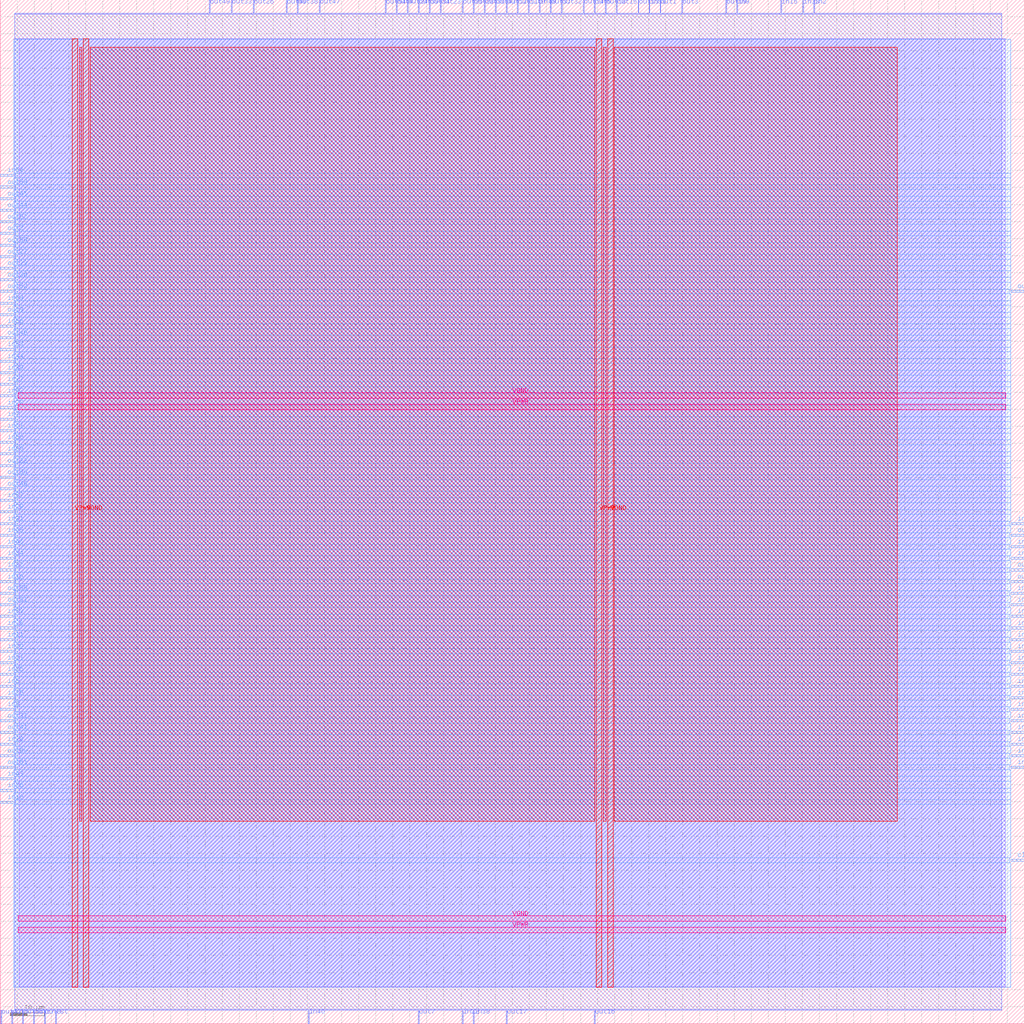
<source format=lef>
VERSION 5.7 ;
  NOWIREEXTENSIONATPIN ON ;
  DIVIDERCHAR "/" ;
  BUSBITCHARS "[]" ;
MACRO netlist_1
  CLASS BLOCK ;
  FOREIGN netlist_1 ;
  ORIGIN 0.000 0.000 ;
  SIZE 300.000 BY 300.000 ;
  PIN VGND
    DIRECTION INOUT ;
    USE GROUND ;
    PORT
      LAYER met4 ;
        RECT 24.340 10.640 25.940 288.560 ;
    END
    PORT
      LAYER met4 ;
        RECT 177.940 10.640 179.540 288.560 ;
    END
    PORT
      LAYER met5 ;
        RECT 5.280 30.030 294.640 31.630 ;
    END
    PORT
      LAYER met5 ;
        RECT 5.280 183.210 294.640 184.810 ;
    END
  END VGND
  PIN VPWR
    DIRECTION INOUT ;
    USE POWER ;
    PORT
      LAYER met4 ;
        RECT 21.040 10.640 22.640 288.560 ;
    END
    PORT
      LAYER met4 ;
        RECT 174.640 10.640 176.240 288.560 ;
    END
    PORT
      LAYER met5 ;
        RECT 5.280 26.730 294.640 28.330 ;
    END
    PORT
      LAYER met5 ;
        RECT 5.280 179.910 294.640 181.510 ;
    END
  END VPWR
  PIN clk
    DIRECTION INPUT ;
    USE SIGNAL ;
    ANTENNAGATEAREA 0.852000 ;
    ANTENNADIFFAREA 0.434700 ;
    PORT
      LAYER met3 ;
        RECT 296.000 47.640 300.000 48.240 ;
    END
  END clk
  PIN in0
    DIRECTION INPUT ;
    USE SIGNAL ;
    ANTENNAGATEAREA 0.247500 ;
    ANTENNADIFFAREA 0.434700 ;
    PORT
      LAYER met3 ;
        RECT 296.000 102.040 300.000 102.640 ;
    END
  END in0
  PIN in1
    DIRECTION INPUT ;
    USE SIGNAL ;
    ANTENNAGATEAREA 0.213000 ;
    ANTENNADIFFAREA 0.434700 ;
    PORT
      LAYER met3 ;
        RECT 296.000 146.240 300.000 146.840 ;
    END
  END in1
  PIN in10
    DIRECTION INPUT ;
    USE SIGNAL ;
    ANTENNAGATEAREA 0.426000 ;
    ANTENNADIFFAREA 0.434700 ;
    PORT
      LAYER met3 ;
        RECT 0.000 64.640 4.000 65.240 ;
    END
  END in10
  PIN in11
    DIRECTION INPUT ;
    USE SIGNAL ;
    ANTENNAGATEAREA 0.990000 ;
    ANTENNADIFFAREA 0.434700 ;
    PORT
      LAYER met3 ;
        RECT 0.000 112.240 4.000 112.840 ;
    END
  END in11
  PIN in12
    DIRECTION INPUT ;
    USE SIGNAL ;
    ANTENNAGATEAREA 0.247500 ;
    ANTENNADIFFAREA 0.434700 ;
    PORT
      LAYER met3 ;
        RECT 296.000 74.840 300.000 75.440 ;
    END
  END in12
  PIN in13
    DIRECTION INPUT ;
    USE SIGNAL ;
    ANTENNAGATEAREA 0.426000 ;
    ANTENNADIFFAREA 0.434700 ;
    PORT
      LAYER met3 ;
        RECT 296.000 85.040 300.000 85.640 ;
    END
  END in13
  PIN in14
    DIRECTION INPUT ;
    USE SIGNAL ;
    ANTENNAGATEAREA 0.495000 ;
    ANTENNADIFFAREA 0.434700 ;
    PORT
      LAYER met3 ;
        RECT 296.000 91.840 300.000 92.440 ;
    END
  END in14
  PIN in15
    DIRECTION INPUT ;
    USE SIGNAL ;
    ANTENNAGATEAREA 0.426000 ;
    ANTENNADIFFAREA 0.434700 ;
    PORT
      LAYER met2 ;
        RECT 228.710 296.000 228.990 300.000 ;
    END
  END in15
  PIN in16
    DIRECTION INPUT ;
    USE SIGNAL ;
    ANTENNAGATEAREA 0.426000 ;
    ANTENNADIFFAREA 0.434700 ;
    PORT
      LAYER met3 ;
        RECT 0.000 129.240 4.000 129.840 ;
    END
  END in16
  PIN in17
    DIRECTION INPUT ;
    USE SIGNAL ;
    ANTENNAGATEAREA 0.213000 ;
    ANTENNADIFFAREA 0.434700 ;
    PORT
      LAYER met3 ;
        RECT 296.000 119.040 300.000 119.640 ;
    END
  END in17
  PIN in18
    DIRECTION INPUT ;
    USE SIGNAL ;
    ANTENNAGATEAREA 0.742500 ;
    ANTENNADIFFAREA 0.434700 ;
    PORT
      LAYER met3 ;
        RECT 296.000 95.240 300.000 95.840 ;
    END
  END in18
  PIN in19
    DIRECTION INPUT ;
    USE SIGNAL ;
    ANTENNAGATEAREA 0.213000 ;
    ANTENNADIFFAREA 0.434700 ;
    PORT
      LAYER met3 ;
        RECT 296.000 78.240 300.000 78.840 ;
    END
  END in19
  PIN in2
    DIRECTION INPUT ;
    USE SIGNAL ;
    ANTENNAGATEAREA 0.495000 ;
    ANTENNADIFFAREA 0.434700 ;
    PORT
      LAYER met2 ;
        RECT 238.370 296.000 238.650 300.000 ;
    END
  END in2
  PIN in20
    DIRECTION INPUT ;
    USE SIGNAL ;
    ANTENNAGATEAREA 0.247500 ;
    ANTENNADIFFAREA 0.434700 ;
    PORT
      LAYER met3 ;
        RECT 0.000 81.640 4.000 82.240 ;
    END
  END in20
  PIN in21
    DIRECTION INPUT ;
    USE SIGNAL ;
    ANTENNAGATEAREA 0.247500 ;
    ANTENNADIFFAREA 0.434700 ;
    PORT
      LAYER met3 ;
        RECT 0.000 105.440 4.000 106.040 ;
    END
  END in21
  PIN in22
    DIRECTION INPUT ;
    USE SIGNAL ;
    ANTENNAGATEAREA 0.159000 ;
    ANTENNADIFFAREA 0.434700 ;
    PORT
      LAYER met2 ;
        RECT 135.330 0.000 135.610 4.000 ;
    END
  END in22
  PIN in23
    DIRECTION INPUT ;
    USE SIGNAL ;
    ANTENNAGATEAREA 0.213000 ;
    ANTENNADIFFAREA 0.434700 ;
    PORT
      LAYER met3 ;
        RECT 0.000 132.640 4.000 133.240 ;
    END
  END in23
  PIN in24
    DIRECTION INPUT ;
    USE SIGNAL ;
    ANTENNAGATEAREA 0.213000 ;
    ANTENNADIFFAREA 0.434700 ;
    PORT
      LAYER met3 ;
        RECT 296.000 81.640 300.000 82.240 ;
    END
  END in24
  PIN in25
    DIRECTION INPUT ;
    USE SIGNAL ;
    ANTENNAGATEAREA 0.213000 ;
    ANTENNADIFFAREA 0.434700 ;
    PORT
      LAYER met3 ;
        RECT 0.000 102.040 4.000 102.640 ;
    END
  END in25
  PIN in26
    DIRECTION INPUT ;
    USE SIGNAL ;
    ANTENNAGATEAREA 0.495000 ;
    ANTENNADIFFAREA 0.434700 ;
    PORT
      LAYER met3 ;
        RECT 0.000 68.040 4.000 68.640 ;
    END
  END in26
  PIN in27
    DIRECTION INPUT ;
    USE SIGNAL ;
    ANTENNAGATEAREA 0.159000 ;
    ANTENNADIFFAREA 0.434700 ;
    PORT
      LAYER met3 ;
        RECT 0.000 187.040 4.000 187.640 ;
    END
  END in27
  PIN in28
    DIRECTION INPUT ;
    USE SIGNAL ;
    ANTENNAGATEAREA 0.247500 ;
    ANTENNADIFFAREA 0.434700 ;
    PORT
      LAYER met3 ;
        RECT 0.000 180.240 4.000 180.840 ;
    END
  END in28
  PIN in29
    DIRECTION INPUT ;
    USE SIGNAL ;
    ANTENNAGATEAREA 0.213000 ;
    ANTENNADIFFAREA 0.434700 ;
    PORT
      LAYER met3 ;
        RECT 0.000 149.640 4.000 150.240 ;
    END
  END in29
  PIN in3
    DIRECTION INPUT ;
    USE SIGNAL ;
    ANTENNAGATEAREA 0.196500 ;
    ANTENNADIFFAREA 0.434700 ;
    PORT
      LAYER met3 ;
        RECT 296.000 136.040 300.000 136.640 ;
    END
  END in3
  PIN in30
    DIRECTION INPUT ;
    USE SIGNAL ;
    ANTENNAGATEAREA 0.196500 ;
    ANTENNADIFFAREA 0.434700 ;
    PORT
      LAYER met3 ;
        RECT 0.000 108.840 4.000 109.440 ;
    END
  END in30
  PIN in31
    DIRECTION INPUT ;
    USE SIGNAL ;
    ANTENNAGATEAREA 0.213000 ;
    ANTENNADIFFAREA 0.434700 ;
    PORT
      LAYER met3 ;
        RECT 0.000 146.240 4.000 146.840 ;
    END
  END in31
  PIN in32
    DIRECTION INPUT ;
    USE SIGNAL ;
    ANTENNAGATEAREA 0.213000 ;
    ANTENNADIFFAREA 0.434700 ;
    PORT
      LAYER met3 ;
        RECT 296.000 125.840 300.000 126.440 ;
    END
  END in32
  PIN in33
    DIRECTION INPUT ;
    USE SIGNAL ;
    ANTENNAGATEAREA 0.159000 ;
    ANTENNADIFFAREA 0.434700 ;
    PORT
      LAYER met2 ;
        RECT 235.150 296.000 235.430 300.000 ;
    END
  END in33
  PIN in34
    DIRECTION INPUT ;
    USE SIGNAL ;
    ANTENNAGATEAREA 0.126000 ;
    ANTENNADIFFAREA 0.434700 ;
    PORT
      LAYER met3 ;
        RECT 0.000 136.040 4.000 136.640 ;
    END
  END in34
  PIN in35
    DIRECTION INPUT ;
    USE SIGNAL ;
    ANTENNAGATEAREA 0.213000 ;
    ANTENNADIFFAREA 0.434700 ;
    PORT
      LAYER met3 ;
        RECT 0.000 95.240 4.000 95.840 ;
    END
  END in35
  PIN in36
    DIRECTION INPUT ;
    USE SIGNAL ;
    ANTENNAGATEAREA 0.213000 ;
    ANTENNADIFFAREA 0.434700 ;
    PORT
      LAYER met3 ;
        RECT 0.000 115.640 4.000 116.240 ;
    END
  END in36
  PIN in37
    DIRECTION INPUT ;
    USE SIGNAL ;
    ANTENNAGATEAREA 0.247500 ;
    ANTENNADIFFAREA 0.434700 ;
    PORT
      LAYER met3 ;
        RECT 296.000 98.640 300.000 99.240 ;
    END
  END in37
  PIN in38
    DIRECTION INPUT ;
    USE SIGNAL ;
    ANTENNAGATEAREA 0.196500 ;
    ANTENNADIFFAREA 0.434700 ;
    PORT
      LAYER met2 ;
        RECT 138.550 0.000 138.830 4.000 ;
    END
  END in38
  PIN in39
    DIRECTION INPUT ;
    USE SIGNAL ;
    ANTENNAGATEAREA 0.213000 ;
    ANTENNADIFFAREA 0.434700 ;
    PORT
      LAYER met3 ;
        RECT 0.000 190.440 4.000 191.040 ;
    END
  END in39
  PIN in4
    DIRECTION INPUT ;
    USE SIGNAL ;
    ANTENNAGATEAREA 0.247500 ;
    ANTENNADIFFAREA 0.434700 ;
    PORT
      LAYER met3 ;
        RECT 296.000 88.440 300.000 89.040 ;
    END
  END in4
  PIN in40
    DIRECTION INPUT ;
    USE SIGNAL ;
    ANTENNAGATEAREA 0.126000 ;
    ANTENNADIFFAREA 0.434700 ;
    PORT
      LAYER met2 ;
        RECT 90.250 0.000 90.530 4.000 ;
    END
  END in40
  PIN in41
    DIRECTION INPUT ;
    USE SIGNAL ;
    ANTENNAGATEAREA 0.213000 ;
    ANTENNADIFFAREA 0.434700 ;
    PORT
      LAYER met3 ;
        RECT 296.000 108.840 300.000 109.440 ;
    END
  END in41
  PIN in42
    DIRECTION INPUT ;
    USE SIGNAL ;
    ANTENNAGATEAREA 0.159000 ;
    ANTENNADIFFAREA 0.434700 ;
    PORT
      LAYER met3 ;
        RECT 296.000 105.440 300.000 106.040 ;
    END
  END in42
  PIN in43
    DIRECTION INPUT ;
    USE SIGNAL ;
    ANTENNAGATEAREA 0.213000 ;
    ANTENNADIFFAREA 0.434700 ;
    PORT
      LAYER met3 ;
        RECT 0.000 71.440 4.000 72.040 ;
    END
  END in43
  PIN in44
    DIRECTION INPUT ;
    USE SIGNAL ;
    ANTENNAGATEAREA 0.196500 ;
    ANTENNADIFFAREA 0.434700 ;
    PORT
      LAYER met3 ;
        RECT 0.000 193.840 4.000 194.440 ;
    END
  END in44
  PIN in45
    DIRECTION INPUT ;
    USE SIGNAL ;
    ANTENNAGATEAREA 0.159000 ;
    ANTENNADIFFAREA 0.434700 ;
    PORT
      LAYER met3 ;
        RECT 0.000 142.840 4.000 143.440 ;
    END
  END in45
  PIN in46
    DIRECTION INPUT ;
    USE SIGNAL ;
    ANTENNAGATEAREA 0.247500 ;
    ANTENNADIFFAREA 0.434700 ;
    PORT
      LAYER met3 ;
        RECT 0.000 139.440 4.000 140.040 ;
    END
  END in46
  PIN in47
    DIRECTION INPUT ;
    USE SIGNAL ;
    ANTENNAGATEAREA 0.213000 ;
    ANTENNADIFFAREA 0.434700 ;
    PORT
      LAYER met3 ;
        RECT 296.000 122.440 300.000 123.040 ;
    END
  END in47
  PIN in48
    DIRECTION INPUT ;
    USE SIGNAL ;
    ANTENNAGATEAREA 0.213000 ;
    ANTENNADIFFAREA 0.434700 ;
    PORT
      LAYER met2 ;
        RECT 157.870 296.000 158.150 300.000 ;
    END
  END in48
  PIN in49
    DIRECTION INPUT ;
    USE SIGNAL ;
    ANTENNAGATEAREA 0.196500 ;
    ANTENNADIFFAREA 0.434700 ;
    PORT
      LAYER met3 ;
        RECT 296.000 112.240 300.000 112.840 ;
    END
  END in49
  PIN in5
    DIRECTION INPUT ;
    USE SIGNAL ;
    ANTENNAGATEAREA 0.742500 ;
    ANTENNADIFFAREA 0.434700 ;
    PORT
      LAYER met3 ;
        RECT 0.000 98.640 4.000 99.240 ;
    END
  END in5
  PIN in50
    DIRECTION INPUT ;
    USE SIGNAL ;
    ANTENNAGATEAREA 0.126000 ;
    ANTENNADIFFAREA 0.434700 ;
    PORT
      LAYER met3 ;
        RECT 0.000 170.040 4.000 170.640 ;
    END
  END in50
  PIN in51
    DIRECTION INPUT ;
    USE SIGNAL ;
    ANTENNAGATEAREA 0.159000 ;
    ANTENNADIFFAREA 0.434700 ;
    PORT
      LAYER met2 ;
        RECT 190.070 296.000 190.350 300.000 ;
    END
  END in51
  PIN in52
    DIRECTION INPUT ;
    USE SIGNAL ;
    ANTENNAGATEAREA 0.213000 ;
    ANTENNADIFFAREA 0.434700 ;
    PORT
      LAYER met3 ;
        RECT 0.000 183.640 4.000 184.240 ;
    END
  END in52
  PIN in53
    DIRECTION INPUT ;
    USE SIGNAL ;
    ANTENNAGATEAREA 0.213000 ;
    ANTENNADIFFAREA 0.434700 ;
    PORT
      LAYER met3 ;
        RECT 0.000 197.240 4.000 197.840 ;
    END
  END in53
  PIN in54
    DIRECTION INPUT ;
    USE SIGNAL ;
    ANTENNAGATEAREA 0.247500 ;
    ANTENNADIFFAREA 0.434700 ;
    PORT
      LAYER met3 ;
        RECT 0.000 248.240 4.000 248.840 ;
    END
  END in54
  PIN in55
    DIRECTION INPUT ;
    USE SIGNAL ;
    ANTENNAGATEAREA 0.196500 ;
    ANTENNADIFFAREA 0.434700 ;
    PORT
      LAYER met3 ;
        RECT 296.000 139.440 300.000 140.040 ;
    END
  END in55
  PIN in56
    DIRECTION INPUT ;
    USE SIGNAL ;
    ANTENNAGATEAREA 0.126000 ;
    ANTENNADIFFAREA 0.434700 ;
    PORT
      LAYER met3 ;
        RECT 0.000 204.040 4.000 204.640 ;
    END
  END in56
  PIN in57
    DIRECTION INPUT ;
    USE SIGNAL ;
    ANTENNAGATEAREA 0.213000 ;
    ANTENNADIFFAREA 0.434700 ;
    PORT
      LAYER met3 ;
        RECT 0.000 153.040 4.000 153.640 ;
    END
  END in57
  PIN in58
    DIRECTION INPUT ;
    USE SIGNAL ;
    ANTENNAGATEAREA 0.196500 ;
    ANTENNADIFFAREA 0.434700 ;
    PORT
      LAYER met3 ;
        RECT 0.000 210.840 4.000 211.440 ;
    END
  END in58
  PIN in59
    DIRECTION INPUT ;
    USE SIGNAL ;
    ANTENNAGATEAREA 0.213000 ;
    ANTENNADIFFAREA 0.434700 ;
    PORT
      LAYER met3 ;
        RECT 0.000 119.040 4.000 119.640 ;
    END
  END in59
  PIN in6
    DIRECTION INPUT ;
    USE SIGNAL ;
    ANTENNAGATEAREA 0.247500 ;
    ANTENNADIFFAREA 0.434700 ;
    PORT
      LAYER met3 ;
        RECT 296.000 115.640 300.000 116.240 ;
    END
  END in6
  PIN in60
    DIRECTION INPUT ;
    USE SIGNAL ;
    ANTENNAGATEAREA 0.213000 ;
    ANTENNADIFFAREA 0.434700 ;
    PORT
      LAYER met3 ;
        RECT 0.000 166.640 4.000 167.240 ;
    END
  END in60
  PIN in61
    DIRECTION INPUT ;
    USE SIGNAL ;
    ANTENNAGATEAREA 0.196500 ;
    ANTENNADIFFAREA 0.434700 ;
    PORT
      LAYER met3 ;
        RECT 0.000 173.440 4.000 174.040 ;
    END
  END in61
  PIN in7
    DIRECTION INPUT ;
    USE SIGNAL ;
    ANTENNAGATEAREA 0.213000 ;
    ANTENNADIFFAREA 0.434700 ;
    PORT
      LAYER met3 ;
        RECT 0.000 176.840 4.000 177.440 ;
    END
  END in7
  PIN in8
    DIRECTION INPUT ;
    USE SIGNAL ;
    ANTENNAGATEAREA 0.495000 ;
    ANTENNADIFFAREA 0.434700 ;
    PORT
      LAYER met3 ;
        RECT 0.000 91.840 4.000 92.440 ;
    END
  END in8
  PIN in9
    DIRECTION INPUT ;
    USE SIGNAL ;
    ANTENNAGATEAREA 0.126000 ;
    ANTENNADIFFAREA 0.434700 ;
    PORT
      LAYER met2 ;
        RECT 215.830 296.000 216.110 300.000 ;
    END
  END in9
  PIN out0
    DIRECTION OUTPUT ;
    USE SIGNAL ;
    ANTENNADIFFAREA 0.795200 ;
    PORT
      LAYER met2 ;
        RECT 154.650 296.000 154.930 300.000 ;
    END
  END out0
  PIN out1
    DIRECTION OUTPUT ;
    USE SIGNAL ;
    ANTENNADIFFAREA 0.795200 ;
    PORT
      LAYER met2 ;
        RECT 193.290 296.000 193.570 300.000 ;
    END
  END out1
  PIN out10
    DIRECTION OUTPUT ;
    USE SIGNAL ;
    ANTENNADIFFAREA 0.445500 ;
    PORT
      LAYER met3 ;
        RECT 296.000 129.240 300.000 129.840 ;
    END
  END out10
  PIN out11
    DIRECTION OUTPUT ;
    USE SIGNAL ;
    ANTENNADIFFAREA 0.795200 ;
    PORT
      LAYER met2 ;
        RECT 151.430 296.000 151.710 300.000 ;
    END
  END out11
  PIN out12
    DIRECTION OUTPUT ;
    USE SIGNAL ;
    ANTENNADIFFAREA 0.795200 ;
    PORT
      LAYER met2 ;
        RECT 148.210 296.000 148.490 300.000 ;
    END
  END out12
  PIN out13
    DIRECTION OUTPUT ;
    USE SIGNAL ;
    ANTENNADIFFAREA 0.795200 ;
    PORT
      LAYER met2 ;
        RECT 186.850 296.000 187.130 300.000 ;
    END
  END out13
  PIN out14
    DIRECTION OUTPUT ;
    USE SIGNAL ;
    ANTENNADIFFAREA 0.795200 ;
    PORT
      LAYER met2 ;
        RECT 170.750 296.000 171.030 300.000 ;
    END
  END out14
  PIN out15
    DIRECTION OUTPUT ;
    USE SIGNAL ;
    ANTENNADIFFAREA 0.340600 ;
    PORT
      LAYER met2 ;
        RECT 180.410 296.000 180.690 300.000 ;
    END
  END out15
  PIN out16
    DIRECTION OUTPUT ;
    USE SIGNAL ;
    ANTENNADIFFAREA 0.445500 ;
    PORT
      LAYER met2 ;
        RECT 173.970 0.000 174.250 4.000 ;
    END
  END out16
  PIN out17
    DIRECTION OUTPUT ;
    USE SIGNAL ;
    ANTENNADIFFAREA 0.445500 ;
    PORT
      LAYER met2 ;
        RECT 148.210 0.000 148.490 4.000 ;
    END
  END out17
  PIN out18
    DIRECTION OUTPUT ;
    USE SIGNAL ;
    ANTENNADIFFAREA 0.795200 ;
    PORT
      LAYER met2 ;
        RECT 177.190 296.000 177.470 300.000 ;
    END
  END out18
  PIN out19
    DIRECTION OUTPUT ;
    USE SIGNAL ;
    ANTENNADIFFAREA 0.795200 ;
    PORT
      LAYER met2 ;
        RECT 212.610 296.000 212.890 300.000 ;
    END
  END out19
  PIN out2
    DIRECTION OUTPUT ;
    USE SIGNAL ;
    ANTENNADIFFAREA 0.445500 ;
    PORT
      LAYER met3 ;
        RECT 0.000 231.240 4.000 231.840 ;
    END
  END out2
  PIN out20
    DIRECTION OUTPUT ;
    USE SIGNAL ;
    ANTENNADIFFAREA 0.445500 ;
    PORT
      LAYER met3 ;
        RECT 296.000 132.640 300.000 133.240 ;
    END
  END out20
  PIN out21
    DIRECTION OUTPUT ;
    USE SIGNAL ;
    ANTENNADIFFAREA 0.445500 ;
    PORT
      LAYER met3 ;
        RECT 296.000 214.240 300.000 214.840 ;
    END
  END out21
  PIN out22
    DIRECTION OUTPUT ;
    USE SIGNAL ;
    ANTENNADIFFAREA 0.340600 ;
    PORT
      LAYER met3 ;
        RECT 0.000 163.240 4.000 163.840 ;
    END
  END out22
  PIN out23
    DIRECTION OUTPUT ;
    USE SIGNAL ;
    ANTENNADIFFAREA 0.795200 ;
    PORT
      LAYER met2 ;
        RECT 128.890 296.000 129.170 300.000 ;
    END
  END out23
  PIN out24
    DIRECTION OUTPUT ;
    USE SIGNAL ;
    ANTENNADIFFAREA 0.795200 ;
    PORT
      LAYER met2 ;
        RECT 119.230 296.000 119.510 300.000 ;
    END
  END out24
  PIN out25
    DIRECTION OUTPUT ;
    USE SIGNAL ;
    ANTENNADIFFAREA 0.795200 ;
    PORT
      LAYER met2 ;
        RECT 135.330 296.000 135.610 300.000 ;
    END
  END out25
  PIN out26
    DIRECTION OUTPUT ;
    USE SIGNAL ;
    ANTENNADIFFAREA 0.795200 ;
    PORT
      LAYER met2 ;
        RECT 74.150 296.000 74.430 300.000 ;
    END
  END out26
  PIN out27
    DIRECTION OUTPUT ;
    USE SIGNAL ;
    ANTENNADIFFAREA 0.445500 ;
    PORT
      LAYER met3 ;
        RECT 0.000 224.440 4.000 225.040 ;
    END
  END out27
  PIN out28
    DIRECTION OUTPUT ;
    USE SIGNAL ;
    ANTENNADIFFAREA 0.795200 ;
    PORT
      LAYER met2 ;
        RECT 138.550 296.000 138.830 300.000 ;
    END
  END out28
  PIN out29
    DIRECTION OUTPUT ;
    USE SIGNAL ;
    ANTENNADIFFAREA 0.340600 ;
    PORT
      LAYER met3 ;
        RECT 0.000 221.040 4.000 221.640 ;
    END
  END out29
  PIN out3
    DIRECTION OUTPUT ;
    USE SIGNAL ;
    ANTENNADIFFAREA 0.795200 ;
    PORT
      LAYER met2 ;
        RECT 199.730 296.000 200.010 300.000 ;
    END
  END out3
  PIN out30
    DIRECTION OUTPUT ;
    USE SIGNAL ;
    ANTENNADIFFAREA 0.445500 ;
    PORT
      LAYER met3 ;
        RECT 296.000 142.840 300.000 143.440 ;
    END
  END out30
  PIN out31
    DIRECTION OUTPUT ;
    USE SIGNAL ;
    ANTENNADIFFAREA 0.445500 ;
    PORT
      LAYER met3 ;
        RECT 0.000 88.440 4.000 89.040 ;
    END
  END out31
  PIN out32
    DIRECTION OUTPUT ;
    USE SIGNAL ;
    ANTENNADIFFAREA 0.795200 ;
    PORT
      LAYER met2 ;
        RECT 164.310 296.000 164.590 300.000 ;
    END
  END out32
  PIN out33
    DIRECTION OUTPUT ;
    USE SIGNAL ;
    ANTENNADIFFAREA 0.795200 ;
    PORT
      LAYER met2 ;
        RECT 67.710 296.000 67.990 300.000 ;
    END
  END out33
  PIN out34
    DIRECTION OUTPUT ;
    USE SIGNAL ;
    ANTENNADIFFAREA 0.795200 ;
    PORT
      LAYER met2 ;
        RECT 125.670 296.000 125.950 300.000 ;
    END
  END out34
  PIN out35
    DIRECTION OUTPUT ;
    USE SIGNAL ;
    ANTENNADIFFAREA 0.340600 ;
    PORT
      LAYER met2 ;
        RECT 141.770 296.000 142.050 300.000 ;
    END
  END out35
  PIN out36
    DIRECTION OUTPUT ;
    USE SIGNAL ;
    ANTENNADIFFAREA 0.445500 ;
    PORT
      LAYER met3 ;
        RECT 0.000 217.640 4.000 218.240 ;
    END
  END out36
  PIN out37
    DIRECTION OUTPUT ;
    USE SIGNAL ;
    ANTENNADIFFAREA 0.340600 ;
    PORT
      LAYER met2 ;
        RECT 161.090 296.000 161.370 300.000 ;
    END
  END out37
  PIN out38
    DIRECTION OUTPUT ;
    USE SIGNAL ;
    ANTENNADIFFAREA 0.795200 ;
    PORT
      LAYER met2 ;
        RECT 87.030 296.000 87.310 300.000 ;
    END
  END out38
  PIN out39
    DIRECTION OUTPUT ;
    USE SIGNAL ;
    ANTENNADIFFAREA 0.340600 ;
    PORT
      LAYER met2 ;
        RECT 122.450 296.000 122.730 300.000 ;
    END
  END out39
  PIN out4
    DIRECTION OUTPUT ;
    USE SIGNAL ;
    ANTENNADIFFAREA 0.795200 ;
    PORT
      LAYER met2 ;
        RECT 116.010 296.000 116.290 300.000 ;
    END
  END out4
  PIN out40
    DIRECTION OUTPUT ;
    USE SIGNAL ;
    ANTENNADIFFAREA 0.795200 ;
    PORT
      LAYER met2 ;
        RECT 83.810 296.000 84.090 300.000 ;
    END
  END out40
  PIN out41
    DIRECTION OUTPUT ;
    USE SIGNAL ;
    ANTENNADIFFAREA 0.445500 ;
    PORT
      LAYER met3 ;
        RECT 0.000 85.040 4.000 85.640 ;
    END
  END out41
  PIN out42
    DIRECTION OUTPUT ;
    USE SIGNAL ;
    PORT
      LAYER met2 ;
        RECT 0.090 0.000 0.370 4.000 ;
    END
  END out42
  PIN out43
    DIRECTION OUTPUT ;
    USE SIGNAL ;
    ANTENNADIFFAREA 0.795200 ;
    PORT
      LAYER met2 ;
        RECT 144.990 296.000 145.270 300.000 ;
    END
  END out43
  PIN out44
    DIRECTION OUTPUT ;
    USE SIGNAL ;
    ANTENNADIFFAREA 0.445500 ;
    PORT
      LAYER met3 ;
        RECT 0.000 238.040 4.000 238.640 ;
    END
  END out44
  PIN out45
    DIRECTION OUTPUT ;
    USE SIGNAL ;
    ANTENNADIFFAREA 0.445500 ;
    PORT
      LAYER met3 ;
        RECT 0.000 241.440 4.000 242.040 ;
    END
  END out45
  PIN out46
    DIRECTION OUTPUT ;
    USE SIGNAL ;
    ANTENNADIFFAREA 0.445500 ;
    PORT
      LAYER met3 ;
        RECT 0.000 156.440 4.000 157.040 ;
    END
  END out46
  PIN out47
    DIRECTION OUTPUT ;
    USE SIGNAL ;
    ANTENNADIFFAREA 0.795200 ;
    PORT
      LAYER met2 ;
        RECT 93.470 296.000 93.750 300.000 ;
    END
  END out47
  PIN out48
    DIRECTION OUTPUT ;
    USE SIGNAL ;
    ANTENNADIFFAREA 0.445500 ;
    PORT
      LAYER met3 ;
        RECT 0.000 200.640 4.000 201.240 ;
    END
  END out48
  PIN out49
    DIRECTION OUTPUT ;
    USE SIGNAL ;
    ANTENNADIFFAREA 0.795200 ;
    PORT
      LAYER met2 ;
        RECT 61.270 296.000 61.550 300.000 ;
    END
  END out49
  PIN out5
    DIRECTION OUTPUT ;
    USE SIGNAL ;
    PORT
      LAYER met2 ;
        RECT 3.310 0.000 3.590 4.000 ;
    END
  END out5
  PIN out50
    DIRECTION OUTPUT ;
    USE SIGNAL ;
    ANTENNADIFFAREA 0.445500 ;
    PORT
      LAYER met3 ;
        RECT 0.000 78.240 4.000 78.840 ;
    END
  END out50
  PIN out51
    DIRECTION OUTPUT ;
    USE SIGNAL ;
    ANTENNADIFFAREA 0.340600 ;
    PORT
      LAYER met3 ;
        RECT 0.000 122.440 4.000 123.040 ;
    END
  END out51
  PIN out52
    DIRECTION OUTPUT ;
    USE SIGNAL ;
    ANTENNADIFFAREA 0.445500 ;
    PORT
      LAYER met3 ;
        RECT 0.000 214.240 4.000 214.840 ;
    END
  END out52
  PIN out53
    DIRECTION OUTPUT ;
    USE SIGNAL ;
    ANTENNADIFFAREA 0.445500 ;
    PORT
      LAYER met3 ;
        RECT 0.000 234.640 4.000 235.240 ;
    END
  END out53
  PIN out54
    DIRECTION OUTPUT ;
    USE SIGNAL ;
    ANTENNADIFFAREA 0.795200 ;
    PORT
      LAYER met2 ;
        RECT 112.790 296.000 113.070 300.000 ;
    END
  END out54
  PIN out55
    DIRECTION OUTPUT ;
    USE SIGNAL ;
    ANTENNADIFFAREA 0.340600 ;
    PORT
      LAYER met3 ;
        RECT 0.000 125.840 4.000 126.440 ;
    END
  END out55
  PIN out56
    DIRECTION OUTPUT ;
    USE SIGNAL ;
    PORT
      LAYER met2 ;
        RECT 6.530 0.000 6.810 4.000 ;
    END
  END out56
  PIN out57
    DIRECTION OUTPUT ;
    USE SIGNAL ;
    PORT
      LAYER met2 ;
        RECT 9.750 0.000 10.030 4.000 ;
    END
  END out57
  PIN out58
    DIRECTION OUTPUT ;
    USE SIGNAL ;
    ANTENNADIFFAREA 0.445500 ;
    PORT
      LAYER met3 ;
        RECT 0.000 244.840 4.000 245.440 ;
    END
  END out58
  PIN out59
    DIRECTION OUTPUT ;
    USE SIGNAL ;
    ANTENNADIFFAREA 0.445500 ;
    PORT
      LAYER met3 ;
        RECT 0.000 227.840 4.000 228.440 ;
    END
  END out59
  PIN out6
    DIRECTION OUTPUT ;
    USE SIGNAL ;
    ANTENNADIFFAREA 0.795200 ;
    PORT
      LAYER met2 ;
        RECT 173.970 296.000 174.250 300.000 ;
    END
  END out6
  PIN out60
    DIRECTION OUTPUT ;
    USE SIGNAL ;
    ANTENNADIFFAREA 0.445500 ;
    PORT
      LAYER met3 ;
        RECT 0.000 159.840 4.000 160.440 ;
    END
  END out60
  PIN out61
    DIRECTION OUTPUT ;
    USE SIGNAL ;
    ANTENNADIFFAREA 0.445500 ;
    PORT
      LAYER met3 ;
        RECT 0.000 74.840 4.000 75.440 ;
    END
  END out61
  PIN out7
    DIRECTION OUTPUT ;
    USE SIGNAL ;
    ANTENNADIFFAREA 0.445500 ;
    PORT
      LAYER met2 ;
        RECT 122.450 0.000 122.730 4.000 ;
    END
  END out7
  PIN out8
    DIRECTION OUTPUT ;
    USE SIGNAL ;
    PORT
      LAYER met2 ;
        RECT 12.970 0.000 13.250 4.000 ;
    END
  END out8
  PIN out9
    DIRECTION OUTPUT ;
    USE SIGNAL ;
    ANTENNADIFFAREA 0.445500 ;
    PORT
      LAYER met3 ;
        RECT 0.000 207.440 4.000 208.040 ;
    END
  END out9
  PIN rst
    DIRECTION INPUT ;
    USE SIGNAL ;
    PORT
      LAYER met2 ;
        RECT 16.190 0.000 16.470 4.000 ;
    END
  END rst
  OBS
      LAYER li1 ;
        RECT 5.520 10.795 294.400 288.405 ;
      LAYER met1 ;
        RECT 4.210 10.640 294.400 288.560 ;
      LAYER met2 ;
        RECT 4.230 295.720 60.990 296.000 ;
        RECT 61.830 295.720 67.430 296.000 ;
        RECT 68.270 295.720 73.870 296.000 ;
        RECT 74.710 295.720 83.530 296.000 ;
        RECT 84.370 295.720 86.750 296.000 ;
        RECT 87.590 295.720 93.190 296.000 ;
        RECT 94.030 295.720 112.510 296.000 ;
        RECT 113.350 295.720 115.730 296.000 ;
        RECT 116.570 295.720 118.950 296.000 ;
        RECT 119.790 295.720 122.170 296.000 ;
        RECT 123.010 295.720 125.390 296.000 ;
        RECT 126.230 295.720 128.610 296.000 ;
        RECT 129.450 295.720 135.050 296.000 ;
        RECT 135.890 295.720 138.270 296.000 ;
        RECT 139.110 295.720 141.490 296.000 ;
        RECT 142.330 295.720 144.710 296.000 ;
        RECT 145.550 295.720 147.930 296.000 ;
        RECT 148.770 295.720 151.150 296.000 ;
        RECT 151.990 295.720 154.370 296.000 ;
        RECT 155.210 295.720 157.590 296.000 ;
        RECT 158.430 295.720 160.810 296.000 ;
        RECT 161.650 295.720 164.030 296.000 ;
        RECT 164.870 295.720 170.470 296.000 ;
        RECT 171.310 295.720 173.690 296.000 ;
        RECT 174.530 295.720 176.910 296.000 ;
        RECT 177.750 295.720 180.130 296.000 ;
        RECT 180.970 295.720 186.570 296.000 ;
        RECT 187.410 295.720 189.790 296.000 ;
        RECT 190.630 295.720 193.010 296.000 ;
        RECT 193.850 295.720 199.450 296.000 ;
        RECT 200.290 295.720 212.330 296.000 ;
        RECT 213.170 295.720 215.550 296.000 ;
        RECT 216.390 295.720 228.430 296.000 ;
        RECT 229.270 295.720 234.870 296.000 ;
        RECT 235.710 295.720 238.090 296.000 ;
        RECT 238.930 295.720 293.380 296.000 ;
        RECT 4.230 4.280 293.380 295.720 ;
        RECT 4.230 4.000 6.250 4.280 ;
        RECT 7.090 4.000 9.470 4.280 ;
        RECT 10.310 4.000 12.690 4.280 ;
        RECT 13.530 4.000 15.910 4.280 ;
        RECT 16.750 4.000 89.970 4.280 ;
        RECT 90.810 4.000 122.170 4.280 ;
        RECT 123.010 4.000 135.050 4.280 ;
        RECT 135.890 4.000 138.270 4.280 ;
        RECT 139.110 4.000 147.930 4.280 ;
        RECT 148.770 4.000 173.690 4.280 ;
        RECT 174.530 4.000 293.380 4.280 ;
      LAYER met3 ;
        RECT 3.990 249.240 296.000 288.485 ;
        RECT 4.400 247.840 296.000 249.240 ;
        RECT 3.990 245.840 296.000 247.840 ;
        RECT 4.400 244.440 296.000 245.840 ;
        RECT 3.990 242.440 296.000 244.440 ;
        RECT 4.400 241.040 296.000 242.440 ;
        RECT 3.990 239.040 296.000 241.040 ;
        RECT 4.400 237.640 296.000 239.040 ;
        RECT 3.990 235.640 296.000 237.640 ;
        RECT 4.400 234.240 296.000 235.640 ;
        RECT 3.990 232.240 296.000 234.240 ;
        RECT 4.400 230.840 296.000 232.240 ;
        RECT 3.990 228.840 296.000 230.840 ;
        RECT 4.400 227.440 296.000 228.840 ;
        RECT 3.990 225.440 296.000 227.440 ;
        RECT 4.400 224.040 296.000 225.440 ;
        RECT 3.990 222.040 296.000 224.040 ;
        RECT 4.400 220.640 296.000 222.040 ;
        RECT 3.990 218.640 296.000 220.640 ;
        RECT 4.400 217.240 296.000 218.640 ;
        RECT 3.990 215.240 296.000 217.240 ;
        RECT 4.400 213.840 295.600 215.240 ;
        RECT 3.990 211.840 296.000 213.840 ;
        RECT 4.400 210.440 296.000 211.840 ;
        RECT 3.990 208.440 296.000 210.440 ;
        RECT 4.400 207.040 296.000 208.440 ;
        RECT 3.990 205.040 296.000 207.040 ;
        RECT 4.400 203.640 296.000 205.040 ;
        RECT 3.990 201.640 296.000 203.640 ;
        RECT 4.400 200.240 296.000 201.640 ;
        RECT 3.990 198.240 296.000 200.240 ;
        RECT 4.400 196.840 296.000 198.240 ;
        RECT 3.990 194.840 296.000 196.840 ;
        RECT 4.400 193.440 296.000 194.840 ;
        RECT 3.990 191.440 296.000 193.440 ;
        RECT 4.400 190.040 296.000 191.440 ;
        RECT 3.990 188.040 296.000 190.040 ;
        RECT 4.400 186.640 296.000 188.040 ;
        RECT 3.990 184.640 296.000 186.640 ;
        RECT 4.400 183.240 296.000 184.640 ;
        RECT 3.990 181.240 296.000 183.240 ;
        RECT 4.400 179.840 296.000 181.240 ;
        RECT 3.990 177.840 296.000 179.840 ;
        RECT 4.400 176.440 296.000 177.840 ;
        RECT 3.990 174.440 296.000 176.440 ;
        RECT 4.400 173.040 296.000 174.440 ;
        RECT 3.990 171.040 296.000 173.040 ;
        RECT 4.400 169.640 296.000 171.040 ;
        RECT 3.990 167.640 296.000 169.640 ;
        RECT 4.400 166.240 296.000 167.640 ;
        RECT 3.990 164.240 296.000 166.240 ;
        RECT 4.400 162.840 296.000 164.240 ;
        RECT 3.990 160.840 296.000 162.840 ;
        RECT 4.400 159.440 296.000 160.840 ;
        RECT 3.990 157.440 296.000 159.440 ;
        RECT 4.400 156.040 296.000 157.440 ;
        RECT 3.990 154.040 296.000 156.040 ;
        RECT 4.400 152.640 296.000 154.040 ;
        RECT 3.990 150.640 296.000 152.640 ;
        RECT 4.400 149.240 296.000 150.640 ;
        RECT 3.990 147.240 296.000 149.240 ;
        RECT 4.400 145.840 295.600 147.240 ;
        RECT 3.990 143.840 296.000 145.840 ;
        RECT 4.400 142.440 295.600 143.840 ;
        RECT 3.990 140.440 296.000 142.440 ;
        RECT 4.400 139.040 295.600 140.440 ;
        RECT 3.990 137.040 296.000 139.040 ;
        RECT 4.400 135.640 295.600 137.040 ;
        RECT 3.990 133.640 296.000 135.640 ;
        RECT 4.400 132.240 295.600 133.640 ;
        RECT 3.990 130.240 296.000 132.240 ;
        RECT 4.400 128.840 295.600 130.240 ;
        RECT 3.990 126.840 296.000 128.840 ;
        RECT 4.400 125.440 295.600 126.840 ;
        RECT 3.990 123.440 296.000 125.440 ;
        RECT 4.400 122.040 295.600 123.440 ;
        RECT 3.990 120.040 296.000 122.040 ;
        RECT 4.400 118.640 295.600 120.040 ;
        RECT 3.990 116.640 296.000 118.640 ;
        RECT 4.400 115.240 295.600 116.640 ;
        RECT 3.990 113.240 296.000 115.240 ;
        RECT 4.400 111.840 295.600 113.240 ;
        RECT 3.990 109.840 296.000 111.840 ;
        RECT 4.400 108.440 295.600 109.840 ;
        RECT 3.990 106.440 296.000 108.440 ;
        RECT 4.400 105.040 295.600 106.440 ;
        RECT 3.990 103.040 296.000 105.040 ;
        RECT 4.400 101.640 295.600 103.040 ;
        RECT 3.990 99.640 296.000 101.640 ;
        RECT 4.400 98.240 295.600 99.640 ;
        RECT 3.990 96.240 296.000 98.240 ;
        RECT 4.400 94.840 295.600 96.240 ;
        RECT 3.990 92.840 296.000 94.840 ;
        RECT 4.400 91.440 295.600 92.840 ;
        RECT 3.990 89.440 296.000 91.440 ;
        RECT 4.400 88.040 295.600 89.440 ;
        RECT 3.990 86.040 296.000 88.040 ;
        RECT 4.400 84.640 295.600 86.040 ;
        RECT 3.990 82.640 296.000 84.640 ;
        RECT 4.400 81.240 295.600 82.640 ;
        RECT 3.990 79.240 296.000 81.240 ;
        RECT 4.400 77.840 295.600 79.240 ;
        RECT 3.990 75.840 296.000 77.840 ;
        RECT 4.400 74.440 295.600 75.840 ;
        RECT 3.990 72.440 296.000 74.440 ;
        RECT 4.400 71.040 296.000 72.440 ;
        RECT 3.990 69.040 296.000 71.040 ;
        RECT 4.400 67.640 296.000 69.040 ;
        RECT 3.990 65.640 296.000 67.640 ;
        RECT 4.400 64.240 296.000 65.640 ;
        RECT 3.990 48.640 296.000 64.240 ;
        RECT 3.990 47.240 295.600 48.640 ;
        RECT 3.990 10.715 296.000 47.240 ;
      LAYER met4 ;
        RECT 23.295 59.335 23.940 286.105 ;
        RECT 26.340 59.335 174.240 286.105 ;
        RECT 176.640 59.335 177.540 286.105 ;
        RECT 179.940 59.335 262.825 286.105 ;
  END
END netlist_1
END LIBRARY


</source>
